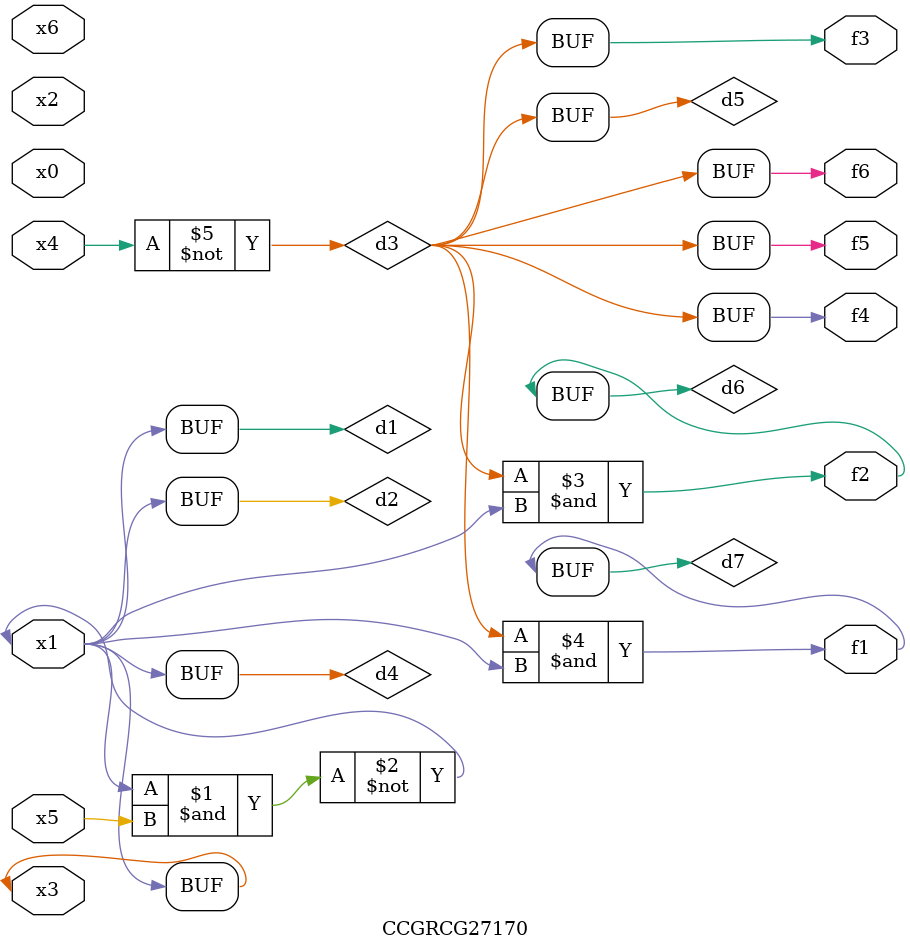
<source format=v>
module CCGRCG27170(
	input x0, x1, x2, x3, x4, x5, x6,
	output f1, f2, f3, f4, f5, f6
);

	wire d1, d2, d3, d4, d5, d6, d7;

	buf (d1, x1, x3);
	nand (d2, x1, x5);
	not (d3, x4);
	buf (d4, d1, d2);
	buf (d5, d3);
	and (d6, d3, d4);
	and (d7, d3, d4);
	assign f1 = d7;
	assign f2 = d6;
	assign f3 = d5;
	assign f4 = d5;
	assign f5 = d5;
	assign f6 = d5;
endmodule

</source>
